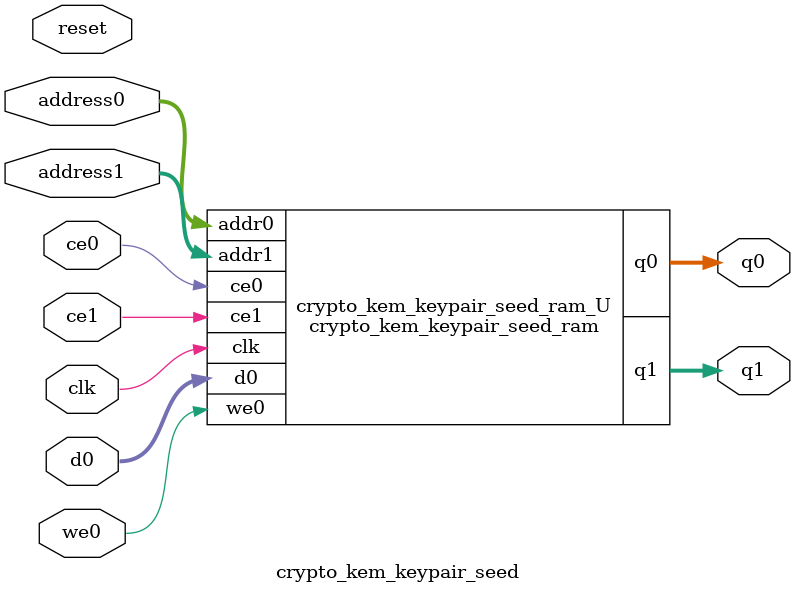
<source format=v>
`timescale 1 ns / 1 ps
module crypto_kem_keypair_seed_ram (addr0, ce0, d0, we0, q0, addr1, ce1, q1,  clk);

parameter DWIDTH = 8;
parameter AWIDTH = 12;
parameter MEM_SIZE = 2413;

input[AWIDTH-1:0] addr0;
input ce0;
input[DWIDTH-1:0] d0;
input we0;
output reg[DWIDTH-1:0] q0;
input[AWIDTH-1:0] addr1;
input ce1;
output reg[DWIDTH-1:0] q1;
input clk;

(* ram_style = "block" *)reg [DWIDTH-1:0] ram[0:MEM_SIZE-1];




always @(posedge clk)  
begin 
    if (ce0) 
    begin
        if (we0) 
        begin 
            ram[addr0] <= d0; 
        end 
        q0 <= ram[addr0];
    end
end


always @(posedge clk)  
begin 
    if (ce1) 
    begin
        q1 <= ram[addr1];
    end
end


endmodule

`timescale 1 ns / 1 ps
module crypto_kem_keypair_seed(
    reset,
    clk,
    address0,
    ce0,
    we0,
    d0,
    q0,
    address1,
    ce1,
    q1);

parameter DataWidth = 32'd8;
parameter AddressRange = 32'd2413;
parameter AddressWidth = 32'd12;
input reset;
input clk;
input[AddressWidth - 1:0] address0;
input ce0;
input we0;
input[DataWidth - 1:0] d0;
output[DataWidth - 1:0] q0;
input[AddressWidth - 1:0] address1;
input ce1;
output[DataWidth - 1:0] q1;



crypto_kem_keypair_seed_ram crypto_kem_keypair_seed_ram_U(
    .clk( clk ),
    .addr0( address0 ),
    .ce0( ce0 ),
    .we0( we0 ),
    .d0( d0 ),
    .q0( q0 ),
    .addr1( address1 ),
    .ce1( ce1 ),
    .q1( q1 ));

endmodule


</source>
